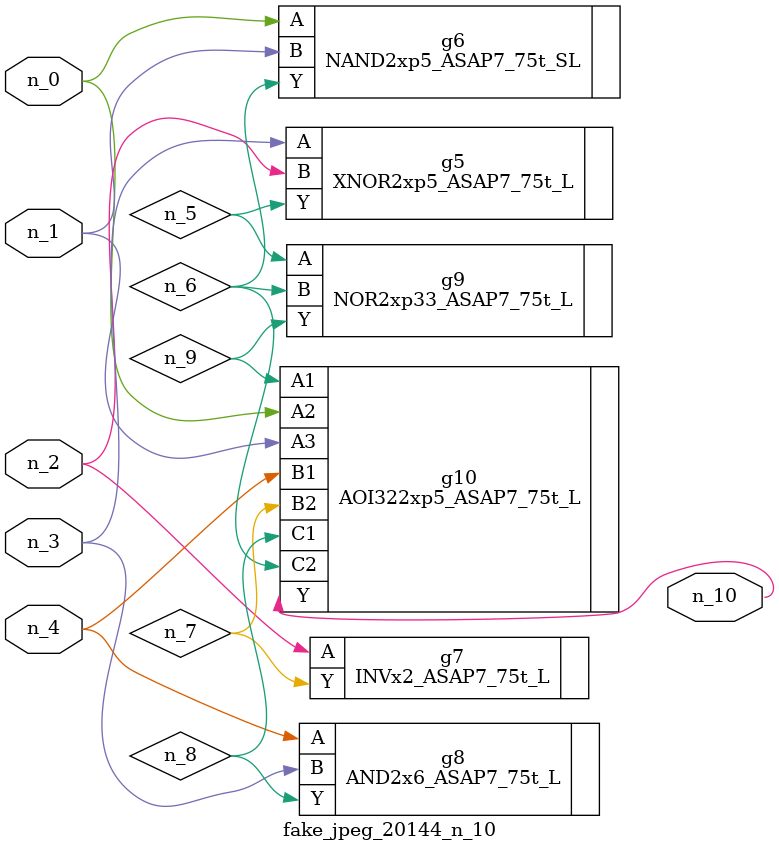
<source format=v>
module fake_jpeg_20144_n_10 (n_3, n_2, n_1, n_0, n_4, n_10);

input n_3;
input n_2;
input n_1;
input n_0;
input n_4;

output n_10;

wire n_8;
wire n_9;
wire n_6;
wire n_5;
wire n_7;

XNOR2xp5_ASAP7_75t_L g5 ( 
.A(n_3),
.B(n_2),
.Y(n_5)
);

NAND2xp5_ASAP7_75t_SL g6 ( 
.A(n_0),
.B(n_1),
.Y(n_6)
);

INVx2_ASAP7_75t_L g7 ( 
.A(n_2),
.Y(n_7)
);

AND2x6_ASAP7_75t_L g8 ( 
.A(n_4),
.B(n_3),
.Y(n_8)
);

NOR2xp33_ASAP7_75t_L g9 ( 
.A(n_5),
.B(n_6),
.Y(n_9)
);

AOI322xp5_ASAP7_75t_L g10 ( 
.A1(n_9),
.A2(n_0),
.A3(n_1),
.B1(n_4),
.B2(n_7),
.C1(n_8),
.C2(n_6),
.Y(n_10)
);


endmodule
</source>
